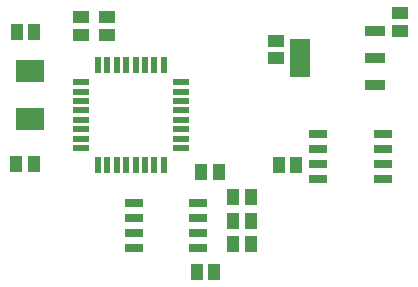
<source format=gtp>
G04*
G04 #@! TF.GenerationSoftware,Altium Limited,Altium Designer,20.2.3 (150)*
G04*
G04 Layer_Color=8421504*
%FSLAX24Y24*%
%MOIN*%
G70*
G04*
G04 #@! TF.SameCoordinates,5CD28015-20A0-4C02-B718-EEF65EA4BBC3*
G04*
G04*
G04 #@! TF.FilePolarity,Positive*
G04*
G01*
G75*
%ADD14R,0.0433X0.0551*%
%ADD15R,0.0610X0.0276*%
%ADD16R,0.0551X0.0433*%
%ADD17R,0.0945X0.0748*%
%ADD18R,0.0236X0.0581*%
%ADD19R,0.0581X0.0236*%
%ADD20R,0.0689X0.0374*%
%ADD21R,0.0689X0.1260*%
D14*
X17176Y16005D02*
D03*
X17767D02*
D03*
X17320Y19324D02*
D03*
X17911D02*
D03*
X18397Y18494D02*
D03*
X18987D02*
D03*
X18397Y17713D02*
D03*
X18987D02*
D03*
X18394Y16932D02*
D03*
X18985D02*
D03*
X11757Y19609D02*
D03*
X11167D02*
D03*
X11760Y24003D02*
D03*
X11169D02*
D03*
X19908Y19569D02*
D03*
X20498D02*
D03*
D15*
X17224Y18317D02*
D03*
Y17817D02*
D03*
Y17317D02*
D03*
Y16817D02*
D03*
X15078D02*
D03*
Y17317D02*
D03*
Y17817D02*
D03*
Y18317D02*
D03*
X23370Y20611D02*
D03*
Y20111D02*
D03*
Y19611D02*
D03*
Y19111D02*
D03*
X21225D02*
D03*
Y19611D02*
D03*
Y20111D02*
D03*
Y20611D02*
D03*
D16*
X14198Y24491D02*
D03*
Y23901D02*
D03*
X13320Y24494D02*
D03*
Y23903D02*
D03*
X23962Y24638D02*
D03*
Y24047D02*
D03*
X19813Y23713D02*
D03*
Y23122D02*
D03*
D17*
X11611Y22711D02*
D03*
Y21097D02*
D03*
D18*
X13877Y22897D02*
D03*
X14192D02*
D03*
X14507D02*
D03*
X14822D02*
D03*
X15137D02*
D03*
X15452D02*
D03*
X15767D02*
D03*
X16082D02*
D03*
Y19560D02*
D03*
X15767D02*
D03*
X15452D02*
D03*
X15137D02*
D03*
X14822D02*
D03*
X14507D02*
D03*
X14192D02*
D03*
X13877D02*
D03*
D19*
X16648Y22331D02*
D03*
Y22016D02*
D03*
Y21701D02*
D03*
Y21386D02*
D03*
Y21071D02*
D03*
Y20756D02*
D03*
Y20441D02*
D03*
Y20126D02*
D03*
X13311D02*
D03*
Y20441D02*
D03*
Y20756D02*
D03*
Y21071D02*
D03*
Y21386D02*
D03*
Y21701D02*
D03*
Y22016D02*
D03*
Y22331D02*
D03*
D20*
X23103Y22219D02*
D03*
Y23124D02*
D03*
Y24030D02*
D03*
D21*
X20623Y23124D02*
D03*
M02*

</source>
